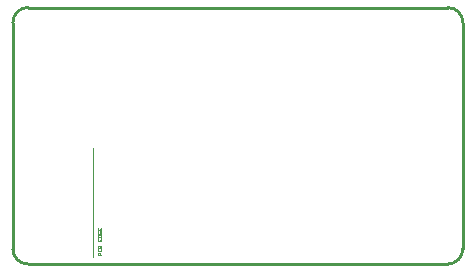
<source format=gm1>
G04*
G04 #@! TF.GenerationSoftware,Altium Limited,Altium Designer,25.0.2 (28)*
G04*
G04 Layer_Color=16711935*
%FSLAX44Y44*%
%MOMM*%
G71*
G04*
G04 #@! TF.SameCoordinates,4808E630-E1AA-40A3-BC65-94F3982335E7*
G04*
G04*
G04 #@! TF.FilePolarity,Positive*
G04*
G01*
G75*
%ADD12C,0.1000*%
%ADD13C,0.2540*%
D12*
X619020Y394800D02*
Y486450D01*
X626110Y396240D02*
X623111D01*
Y397739D01*
X623611Y398239D01*
X624610D01*
X625110Y397739D01*
Y396240D01*
X623611Y401238D02*
X623111Y400738D01*
Y399739D01*
X623611Y399239D01*
X625610D01*
X626110Y399739D01*
Y400738D01*
X625610Y401238D01*
X623111Y402238D02*
X626110D01*
Y403738D01*
X625610Y404237D01*
X625110D01*
X624610Y403738D01*
Y402238D01*
Y403738D01*
X624111Y404237D01*
X623611D01*
X623111Y403738D01*
Y402238D01*
Y410235D02*
Y408236D01*
X626110D01*
Y410235D01*
X624610Y408236D02*
Y409236D01*
X623111Y411235D02*
X626110D01*
Y412735D01*
X625610Y413234D01*
X623611D01*
X623111Y412735D01*
Y411235D01*
X623611Y416233D02*
X623111Y415734D01*
Y414734D01*
X623611Y414234D01*
X625610D01*
X626110Y414734D01*
Y415734D01*
X625610Y416233D01*
X624610D01*
Y415234D01*
X623111Y419233D02*
Y417233D01*
X626110D01*
Y419233D01*
X624610Y417233D02*
Y418233D01*
D13*
X551180Y401320D02*
G03*
X563880Y388620I12700J0D01*
G01*
Y605790D02*
G03*
X551180Y593090I0J-12700D01*
G01*
X932180D02*
G03*
X919480Y605790I-12700J0D01*
G01*
Y388620D02*
G03*
X932180Y401320I0J12700D01*
G01*
X563880Y388620D02*
X584200D01*
X551180Y401320D02*
Y593090D01*
X563880Y605790D02*
X919480D01*
X932180Y401320D02*
Y593090D01*
X563880Y388620D02*
X919480D01*
M02*

</source>
